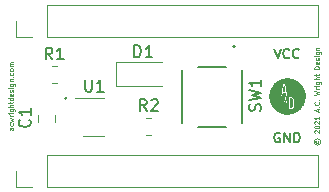
<source format=gbr>
G04 #@! TF.GenerationSoftware,KiCad,Pcbnew,(5.1.9-0-10_14)*
G04 #@! TF.CreationDate,2021-04-08T16:46:49-05:00*
G04 #@! TF.ProjectId,Switch Helper,53776974-6368-4204-9865-6c7065722e6b,1*
G04 #@! TF.SameCoordinates,Original*
G04 #@! TF.FileFunction,Legend,Top*
G04 #@! TF.FilePolarity,Positive*
%FSLAX46Y46*%
G04 Gerber Fmt 4.6, Leading zero omitted, Abs format (unit mm)*
G04 Created by KiCad (PCBNEW (5.1.9-0-10_14)) date 2021-04-08 16:46:49*
%MOMM*%
%LPD*%
G01*
G04 APERTURE LIST*
%ADD10C,0.150000*%
%ADD11C,0.100000*%
%ADD12C,0.127000*%
%ADD13C,0.200000*%
%ADD14C,0.010000*%
%ADD15C,0.120000*%
G04 APERTURE END LIST*
D10*
X127381000Y-85280500D02*
G75*
G03*
X127381000Y-85280500I-63500J0D01*
G01*
X145440476Y-88246000D02*
X145364285Y-88207904D01*
X145250000Y-88207904D01*
X145135714Y-88246000D01*
X145059523Y-88322190D01*
X145021428Y-88398380D01*
X144983333Y-88550761D01*
X144983333Y-88665047D01*
X145021428Y-88817428D01*
X145059523Y-88893619D01*
X145135714Y-88969809D01*
X145250000Y-89007904D01*
X145326190Y-89007904D01*
X145440476Y-88969809D01*
X145478571Y-88931714D01*
X145478571Y-88665047D01*
X145326190Y-88665047D01*
X145821428Y-89007904D02*
X145821428Y-88207904D01*
X146278571Y-89007904D01*
X146278571Y-88207904D01*
X146659523Y-89007904D02*
X146659523Y-88207904D01*
X146850000Y-88207904D01*
X146964285Y-88246000D01*
X147040476Y-88322190D01*
X147078571Y-88398380D01*
X147116666Y-88550761D01*
X147116666Y-88665047D01*
X147078571Y-88817428D01*
X147040476Y-88893619D01*
X146964285Y-88969809D01*
X146850000Y-89007904D01*
X146659523Y-89007904D01*
X144983333Y-81095904D02*
X145250000Y-81895904D01*
X145516666Y-81095904D01*
X146240476Y-81819714D02*
X146202380Y-81857809D01*
X146088095Y-81895904D01*
X146011904Y-81895904D01*
X145897619Y-81857809D01*
X145821428Y-81781619D01*
X145783333Y-81705428D01*
X145745238Y-81553047D01*
X145745238Y-81438761D01*
X145783333Y-81286380D01*
X145821428Y-81210190D01*
X145897619Y-81134000D01*
X146011904Y-81095904D01*
X146088095Y-81095904D01*
X146202380Y-81134000D01*
X146240476Y-81172095D01*
X147040476Y-81819714D02*
X147002380Y-81857809D01*
X146888095Y-81895904D01*
X146811904Y-81895904D01*
X146697619Y-81857809D01*
X146621428Y-81781619D01*
X146583333Y-81705428D01*
X146545238Y-81553047D01*
X146545238Y-81438761D01*
X146583333Y-81286380D01*
X146621428Y-81210190D01*
X146697619Y-81134000D01*
X146811904Y-81095904D01*
X146888095Y-81095904D01*
X147002380Y-81134000D01*
X147040476Y-81172095D01*
D11*
X122862952Y-87766190D02*
X122653428Y-87766190D01*
X122615333Y-87785238D01*
X122596285Y-87823333D01*
X122596285Y-87899523D01*
X122615333Y-87937619D01*
X122843904Y-87766190D02*
X122862952Y-87804285D01*
X122862952Y-87899523D01*
X122843904Y-87937619D01*
X122805809Y-87956666D01*
X122767714Y-87956666D01*
X122729619Y-87937619D01*
X122710571Y-87899523D01*
X122710571Y-87804285D01*
X122691523Y-87766190D01*
X122843904Y-87404285D02*
X122862952Y-87442380D01*
X122862952Y-87518571D01*
X122843904Y-87556666D01*
X122824857Y-87575714D01*
X122786761Y-87594761D01*
X122672476Y-87594761D01*
X122634380Y-87575714D01*
X122615333Y-87556666D01*
X122596285Y-87518571D01*
X122596285Y-87442380D01*
X122615333Y-87404285D01*
X122596285Y-87270952D02*
X122862952Y-87194761D01*
X122672476Y-87118571D01*
X122862952Y-87042380D01*
X122596285Y-86966190D01*
X122862952Y-86813809D02*
X122596285Y-86813809D01*
X122672476Y-86813809D02*
X122634380Y-86794761D01*
X122615333Y-86775714D01*
X122596285Y-86737619D01*
X122596285Y-86699523D01*
X122862952Y-86566190D02*
X122596285Y-86566190D01*
X122462952Y-86566190D02*
X122482000Y-86585238D01*
X122501047Y-86566190D01*
X122482000Y-86547142D01*
X122462952Y-86566190D01*
X122501047Y-86566190D01*
X122596285Y-86204285D02*
X122920095Y-86204285D01*
X122958190Y-86223333D01*
X122977238Y-86242380D01*
X122996285Y-86280476D01*
X122996285Y-86337619D01*
X122977238Y-86375714D01*
X122843904Y-86204285D02*
X122862952Y-86242380D01*
X122862952Y-86318571D01*
X122843904Y-86356666D01*
X122824857Y-86375714D01*
X122786761Y-86394761D01*
X122672476Y-86394761D01*
X122634380Y-86375714D01*
X122615333Y-86356666D01*
X122596285Y-86318571D01*
X122596285Y-86242380D01*
X122615333Y-86204285D01*
X122862952Y-86013809D02*
X122462952Y-86013809D01*
X122862952Y-85842380D02*
X122653428Y-85842380D01*
X122615333Y-85861428D01*
X122596285Y-85899523D01*
X122596285Y-85956666D01*
X122615333Y-85994761D01*
X122634380Y-86013809D01*
X122596285Y-85709047D02*
X122596285Y-85556666D01*
X122462952Y-85651904D02*
X122805809Y-85651904D01*
X122843904Y-85632857D01*
X122862952Y-85594761D01*
X122862952Y-85556666D01*
X122862952Y-85251904D02*
X122462952Y-85251904D01*
X122843904Y-85251904D02*
X122862952Y-85290000D01*
X122862952Y-85366190D01*
X122843904Y-85404285D01*
X122824857Y-85423333D01*
X122786761Y-85442380D01*
X122672476Y-85442380D01*
X122634380Y-85423333D01*
X122615333Y-85404285D01*
X122596285Y-85366190D01*
X122596285Y-85290000D01*
X122615333Y-85251904D01*
X122843904Y-84909047D02*
X122862952Y-84947142D01*
X122862952Y-85023333D01*
X122843904Y-85061428D01*
X122805809Y-85080476D01*
X122653428Y-85080476D01*
X122615333Y-85061428D01*
X122596285Y-85023333D01*
X122596285Y-84947142D01*
X122615333Y-84909047D01*
X122653428Y-84890000D01*
X122691523Y-84890000D01*
X122729619Y-85080476D01*
X122843904Y-84737619D02*
X122862952Y-84699523D01*
X122862952Y-84623333D01*
X122843904Y-84585238D01*
X122805809Y-84566190D01*
X122786761Y-84566190D01*
X122748666Y-84585238D01*
X122729619Y-84623333D01*
X122729619Y-84680476D01*
X122710571Y-84718571D01*
X122672476Y-84737619D01*
X122653428Y-84737619D01*
X122615333Y-84718571D01*
X122596285Y-84680476D01*
X122596285Y-84623333D01*
X122615333Y-84585238D01*
X122862952Y-84394761D02*
X122596285Y-84394761D01*
X122462952Y-84394761D02*
X122482000Y-84413809D01*
X122501047Y-84394761D01*
X122482000Y-84375714D01*
X122462952Y-84394761D01*
X122501047Y-84394761D01*
X122596285Y-84032857D02*
X122920095Y-84032857D01*
X122958190Y-84051904D01*
X122977238Y-84070952D01*
X122996285Y-84109047D01*
X122996285Y-84166190D01*
X122977238Y-84204285D01*
X122843904Y-84032857D02*
X122862952Y-84070952D01*
X122862952Y-84147142D01*
X122843904Y-84185238D01*
X122824857Y-84204285D01*
X122786761Y-84223333D01*
X122672476Y-84223333D01*
X122634380Y-84204285D01*
X122615333Y-84185238D01*
X122596285Y-84147142D01*
X122596285Y-84070952D01*
X122615333Y-84032857D01*
X122596285Y-83842380D02*
X122862952Y-83842380D01*
X122634380Y-83842380D02*
X122615333Y-83823333D01*
X122596285Y-83785238D01*
X122596285Y-83728095D01*
X122615333Y-83690000D01*
X122653428Y-83670952D01*
X122862952Y-83670952D01*
X122824857Y-83480476D02*
X122843904Y-83461428D01*
X122862952Y-83480476D01*
X122843904Y-83499523D01*
X122824857Y-83480476D01*
X122862952Y-83480476D01*
X122843904Y-83118571D02*
X122862952Y-83156666D01*
X122862952Y-83232857D01*
X122843904Y-83270952D01*
X122824857Y-83290000D01*
X122786761Y-83309047D01*
X122672476Y-83309047D01*
X122634380Y-83290000D01*
X122615333Y-83270952D01*
X122596285Y-83232857D01*
X122596285Y-83156666D01*
X122615333Y-83118571D01*
X122862952Y-82890000D02*
X122843904Y-82928095D01*
X122824857Y-82947142D01*
X122786761Y-82966190D01*
X122672476Y-82966190D01*
X122634380Y-82947142D01*
X122615333Y-82928095D01*
X122596285Y-82890000D01*
X122596285Y-82832857D01*
X122615333Y-82794761D01*
X122634380Y-82775714D01*
X122672476Y-82756666D01*
X122786761Y-82756666D01*
X122824857Y-82775714D01*
X122843904Y-82794761D01*
X122862952Y-82832857D01*
X122862952Y-82890000D01*
X122862952Y-82585238D02*
X122596285Y-82585238D01*
X122634380Y-82585238D02*
X122615333Y-82566190D01*
X122596285Y-82528095D01*
X122596285Y-82470952D01*
X122615333Y-82432857D01*
X122653428Y-82413809D01*
X122862952Y-82413809D01*
X122653428Y-82413809D02*
X122615333Y-82394761D01*
X122596285Y-82356666D01*
X122596285Y-82299523D01*
X122615333Y-82261428D01*
X122653428Y-82242380D01*
X122862952Y-82242380D01*
X148466190Y-88861428D02*
X148447142Y-88899523D01*
X148447142Y-88975714D01*
X148466190Y-89013809D01*
X148504285Y-89051904D01*
X148542380Y-89070952D01*
X148618571Y-89070952D01*
X148656666Y-89051904D01*
X148694761Y-89013809D01*
X148713809Y-88975714D01*
X148713809Y-88899523D01*
X148694761Y-88861428D01*
X148313809Y-88937619D02*
X148332857Y-89032857D01*
X148390000Y-89128095D01*
X148485238Y-89185238D01*
X148580476Y-89204285D01*
X148675714Y-89185238D01*
X148770952Y-89128095D01*
X148828095Y-89032857D01*
X148847142Y-88937619D01*
X148828095Y-88842380D01*
X148770952Y-88747142D01*
X148675714Y-88690000D01*
X148580476Y-88670952D01*
X148485238Y-88690000D01*
X148390000Y-88747142D01*
X148332857Y-88842380D01*
X148313809Y-88937619D01*
X148409047Y-88213809D02*
X148390000Y-88194761D01*
X148370952Y-88156666D01*
X148370952Y-88061428D01*
X148390000Y-88023333D01*
X148409047Y-88004285D01*
X148447142Y-87985238D01*
X148485238Y-87985238D01*
X148542380Y-88004285D01*
X148770952Y-88232857D01*
X148770952Y-87985238D01*
X148370952Y-87737619D02*
X148370952Y-87699523D01*
X148390000Y-87661428D01*
X148409047Y-87642380D01*
X148447142Y-87623333D01*
X148523333Y-87604285D01*
X148618571Y-87604285D01*
X148694761Y-87623333D01*
X148732857Y-87642380D01*
X148751904Y-87661428D01*
X148770952Y-87699523D01*
X148770952Y-87737619D01*
X148751904Y-87775714D01*
X148732857Y-87794761D01*
X148694761Y-87813809D01*
X148618571Y-87832857D01*
X148523333Y-87832857D01*
X148447142Y-87813809D01*
X148409047Y-87794761D01*
X148390000Y-87775714D01*
X148370952Y-87737619D01*
X148409047Y-87451904D02*
X148390000Y-87432857D01*
X148370952Y-87394761D01*
X148370952Y-87299523D01*
X148390000Y-87261428D01*
X148409047Y-87242380D01*
X148447142Y-87223333D01*
X148485238Y-87223333D01*
X148542380Y-87242380D01*
X148770952Y-87470952D01*
X148770952Y-87223333D01*
X148770952Y-86842380D02*
X148770952Y-87070952D01*
X148770952Y-86956666D02*
X148370952Y-86956666D01*
X148428095Y-86994761D01*
X148466190Y-87032857D01*
X148485238Y-87070952D01*
X148656666Y-86385238D02*
X148656666Y-86194761D01*
X148770952Y-86423333D02*
X148370952Y-86290000D01*
X148770952Y-86156666D01*
X148732857Y-86023333D02*
X148751904Y-86004285D01*
X148770952Y-86023333D01*
X148751904Y-86042380D01*
X148732857Y-86023333D01*
X148770952Y-86023333D01*
X148732857Y-85604285D02*
X148751904Y-85623333D01*
X148770952Y-85680476D01*
X148770952Y-85718571D01*
X148751904Y-85775714D01*
X148713809Y-85813809D01*
X148675714Y-85832857D01*
X148599523Y-85851904D01*
X148542380Y-85851904D01*
X148466190Y-85832857D01*
X148428095Y-85813809D01*
X148390000Y-85775714D01*
X148370952Y-85718571D01*
X148370952Y-85680476D01*
X148390000Y-85623333D01*
X148409047Y-85604285D01*
X148732857Y-85432857D02*
X148751904Y-85413809D01*
X148770952Y-85432857D01*
X148751904Y-85451904D01*
X148732857Y-85432857D01*
X148770952Y-85432857D01*
X148370952Y-84975714D02*
X148770952Y-84880476D01*
X148485238Y-84804285D01*
X148770952Y-84728095D01*
X148370952Y-84632857D01*
X148770952Y-84480476D02*
X148504285Y-84480476D01*
X148580476Y-84480476D02*
X148542380Y-84461428D01*
X148523333Y-84442380D01*
X148504285Y-84404285D01*
X148504285Y-84366190D01*
X148770952Y-84232857D02*
X148504285Y-84232857D01*
X148370952Y-84232857D02*
X148390000Y-84251904D01*
X148409047Y-84232857D01*
X148390000Y-84213809D01*
X148370952Y-84232857D01*
X148409047Y-84232857D01*
X148504285Y-83870952D02*
X148828095Y-83870952D01*
X148866190Y-83890000D01*
X148885238Y-83909047D01*
X148904285Y-83947142D01*
X148904285Y-84004285D01*
X148885238Y-84042380D01*
X148751904Y-83870952D02*
X148770952Y-83909047D01*
X148770952Y-83985238D01*
X148751904Y-84023333D01*
X148732857Y-84042380D01*
X148694761Y-84061428D01*
X148580476Y-84061428D01*
X148542380Y-84042380D01*
X148523333Y-84023333D01*
X148504285Y-83985238D01*
X148504285Y-83909047D01*
X148523333Y-83870952D01*
X148770952Y-83680476D02*
X148370952Y-83680476D01*
X148770952Y-83509047D02*
X148561428Y-83509047D01*
X148523333Y-83528095D01*
X148504285Y-83566190D01*
X148504285Y-83623333D01*
X148523333Y-83661428D01*
X148542380Y-83680476D01*
X148504285Y-83375714D02*
X148504285Y-83223333D01*
X148370952Y-83318571D02*
X148713809Y-83318571D01*
X148751904Y-83299523D01*
X148770952Y-83261428D01*
X148770952Y-83223333D01*
X148770952Y-82785238D02*
X148370952Y-82785238D01*
X148370952Y-82690000D01*
X148390000Y-82632857D01*
X148428095Y-82594761D01*
X148466190Y-82575714D01*
X148542380Y-82556666D01*
X148599523Y-82556666D01*
X148675714Y-82575714D01*
X148713809Y-82594761D01*
X148751904Y-82632857D01*
X148770952Y-82690000D01*
X148770952Y-82785238D01*
X148751904Y-82232857D02*
X148770952Y-82270952D01*
X148770952Y-82347142D01*
X148751904Y-82385238D01*
X148713809Y-82404285D01*
X148561428Y-82404285D01*
X148523333Y-82385238D01*
X148504285Y-82347142D01*
X148504285Y-82270952D01*
X148523333Y-82232857D01*
X148561428Y-82213809D01*
X148599523Y-82213809D01*
X148637619Y-82404285D01*
X148751904Y-82061428D02*
X148770952Y-82023333D01*
X148770952Y-81947142D01*
X148751904Y-81909047D01*
X148713809Y-81890000D01*
X148694761Y-81890000D01*
X148656666Y-81909047D01*
X148637619Y-81947142D01*
X148637619Y-82004285D01*
X148618571Y-82042380D01*
X148580476Y-82061428D01*
X148561428Y-82061428D01*
X148523333Y-82042380D01*
X148504285Y-82004285D01*
X148504285Y-81947142D01*
X148523333Y-81909047D01*
X148770952Y-81718571D02*
X148504285Y-81718571D01*
X148370952Y-81718571D02*
X148390000Y-81737619D01*
X148409047Y-81718571D01*
X148390000Y-81699523D01*
X148370952Y-81718571D01*
X148409047Y-81718571D01*
X148504285Y-81356666D02*
X148828095Y-81356666D01*
X148866190Y-81375714D01*
X148885238Y-81394761D01*
X148904285Y-81432857D01*
X148904285Y-81490000D01*
X148885238Y-81528095D01*
X148751904Y-81356666D02*
X148770952Y-81394761D01*
X148770952Y-81470952D01*
X148751904Y-81509047D01*
X148732857Y-81528095D01*
X148694761Y-81547142D01*
X148580476Y-81547142D01*
X148542380Y-81528095D01*
X148523333Y-81509047D01*
X148504285Y-81470952D01*
X148504285Y-81394761D01*
X148523333Y-81356666D01*
X148504285Y-81166190D02*
X148770952Y-81166190D01*
X148542380Y-81166190D02*
X148523333Y-81147142D01*
X148504285Y-81109047D01*
X148504285Y-81051904D01*
X148523333Y-81013809D01*
X148561428Y-80994761D01*
X148770952Y-80994761D01*
D12*
X138520000Y-87703500D02*
X140880000Y-87703500D01*
X140880000Y-82603500D02*
X138520000Y-82603500D01*
D13*
X141675000Y-80903500D02*
G75*
G03*
X141675000Y-80903500I-100000J0D01*
G01*
D12*
X142250000Y-87403500D02*
X142250000Y-82903500D01*
X137150000Y-87403500D02*
X137150000Y-82903500D01*
D14*
G36*
X146071612Y-83590508D02*
G01*
X146097628Y-83590804D01*
X146121878Y-83591327D01*
X146143386Y-83592076D01*
X146161173Y-83593053D01*
X146166840Y-83593491D01*
X146255967Y-83603579D01*
X146343200Y-83618381D01*
X146428538Y-83637895D01*
X146511978Y-83662121D01*
X146593520Y-83691059D01*
X146673163Y-83724709D01*
X146750905Y-83763069D01*
X146826746Y-83806140D01*
X146900684Y-83853922D01*
X146917410Y-83865570D01*
X146979267Y-83911937D01*
X147039832Y-83962664D01*
X147098380Y-84017064D01*
X147154188Y-84074450D01*
X147206534Y-84134134D01*
X147228824Y-84161630D01*
X147279292Y-84229501D01*
X147325996Y-84300520D01*
X147368742Y-84374287D01*
X147407339Y-84450403D01*
X147441594Y-84528470D01*
X147471316Y-84608089D01*
X147496312Y-84688860D01*
X147511578Y-84748811D01*
X147523802Y-84805916D01*
X147533476Y-84861026D01*
X147540750Y-84915484D01*
X147545774Y-84970631D01*
X147548697Y-85027810D01*
X147549669Y-85088363D01*
X147549670Y-85090000D01*
X147549563Y-85111866D01*
X147549260Y-85134040D01*
X147548790Y-85155480D01*
X147548181Y-85175147D01*
X147547461Y-85192001D01*
X147546659Y-85205001D01*
X147546508Y-85206840D01*
X147537072Y-85292114D01*
X147523576Y-85374660D01*
X147505883Y-85454976D01*
X147483857Y-85533557D01*
X147457363Y-85610901D01*
X147426265Y-85687506D01*
X147398956Y-85746590D01*
X147360700Y-85820345D01*
X147319399Y-85890444D01*
X147274672Y-85957424D01*
X147226135Y-86021823D01*
X147173403Y-86084177D01*
X147116095Y-86145022D01*
X147110571Y-86150571D01*
X147049837Y-86208320D01*
X146987645Y-86261457D01*
X146923457Y-86310366D01*
X146856737Y-86355428D01*
X146786948Y-86397028D01*
X146713552Y-86435548D01*
X146706590Y-86438956D01*
X146627772Y-86474733D01*
X146548492Y-86505538D01*
X146468366Y-86531478D01*
X146387007Y-86552660D01*
X146304030Y-86569192D01*
X146219051Y-86581180D01*
X146182080Y-86584939D01*
X146168738Y-86585935D01*
X146151782Y-86586879D01*
X146132106Y-86587750D01*
X146110607Y-86588527D01*
X146088180Y-86589187D01*
X146065720Y-86589708D01*
X146044123Y-86590070D01*
X146024284Y-86590251D01*
X146007100Y-86590229D01*
X145993465Y-86589982D01*
X145986500Y-86589663D01*
X145951737Y-86587251D01*
X145921149Y-86584863D01*
X145893831Y-86582400D01*
X145868879Y-86579760D01*
X145845389Y-86576841D01*
X145822456Y-86573543D01*
X145799177Y-86569765D01*
X145782471Y-86566830D01*
X145698616Y-86549143D01*
X145615780Y-86526562D01*
X145534265Y-86499225D01*
X145454371Y-86467266D01*
X145376401Y-86430822D01*
X145300656Y-86390029D01*
X145227438Y-86345023D01*
X145157047Y-86295939D01*
X145121630Y-86268824D01*
X145061134Y-86218276D01*
X145002626Y-86163941D01*
X144946794Y-86106539D01*
X144894324Y-86046795D01*
X144845905Y-85985431D01*
X144825570Y-85957410D01*
X144793268Y-85910017D01*
X144764059Y-85863534D01*
X144736896Y-85816191D01*
X144710734Y-85766215D01*
X144701043Y-85746590D01*
X144666289Y-85670216D01*
X144636244Y-85593487D01*
X144610773Y-85515906D01*
X144589740Y-85436976D01*
X144573008Y-85356200D01*
X144560442Y-85273080D01*
X144553491Y-85206840D01*
X144552427Y-85190751D01*
X144551590Y-85170565D01*
X144550979Y-85147258D01*
X144550595Y-85121808D01*
X144550550Y-85114130D01*
X145645917Y-85114130D01*
X145673469Y-85385451D01*
X145678039Y-85430327D01*
X145682148Y-85470378D01*
X145685821Y-85505836D01*
X145689085Y-85536932D01*
X145691967Y-85563899D01*
X145694492Y-85586968D01*
X145696688Y-85606371D01*
X145698582Y-85622339D01*
X145700198Y-85635105D01*
X145701564Y-85644899D01*
X145702706Y-85651954D01*
X145703652Y-85656501D01*
X145704426Y-85658773D01*
X145704695Y-85659097D01*
X145708188Y-85659755D01*
X145716004Y-85660343D01*
X145727388Y-85660835D01*
X145741583Y-85661202D01*
X145757833Y-85661417D01*
X145768605Y-85661461D01*
X145787701Y-85661448D01*
X145802340Y-85661352D01*
X145813147Y-85661127D01*
X145820746Y-85660728D01*
X145825759Y-85660107D01*
X145828811Y-85659221D01*
X145830525Y-85658022D01*
X145831326Y-85656857D01*
X145832072Y-85653480D01*
X145833273Y-85645550D01*
X145834868Y-85633566D01*
X145836797Y-85618029D01*
X145838999Y-85599438D01*
X145841415Y-85578294D01*
X145843984Y-85555097D01*
X145846646Y-85530347D01*
X145847219Y-85524918D01*
X145849852Y-85500132D01*
X145852352Y-85476978D01*
X145854667Y-85455929D01*
X145856742Y-85437455D01*
X145858524Y-85422028D01*
X145859959Y-85410120D01*
X145860993Y-85402201D01*
X145861572Y-85398744D01*
X145861640Y-85398633D01*
X145862098Y-85401282D01*
X145863030Y-85408502D01*
X145864381Y-85419811D01*
X145866096Y-85434728D01*
X145868123Y-85452771D01*
X145870405Y-85473460D01*
X145872888Y-85496312D01*
X145875518Y-85520847D01*
X145876169Y-85526960D01*
X145879110Y-85554186D01*
X145881905Y-85579110D01*
X145884501Y-85601334D01*
X145886850Y-85620458D01*
X145888900Y-85636080D01*
X145890601Y-85647802D01*
X145891902Y-85655223D01*
X145892683Y-85657887D01*
X145894598Y-85659115D01*
X145898430Y-85660044D01*
X145904777Y-85660709D01*
X145914234Y-85661148D01*
X145927398Y-85661398D01*
X145944866Y-85661495D01*
X145951043Y-85661500D01*
X145967495Y-85661432D01*
X145982369Y-85661244D01*
X145994865Y-85660956D01*
X146004185Y-85660587D01*
X146009529Y-85660159D01*
X146010353Y-85659984D01*
X146013511Y-85656616D01*
X146015641Y-85650600D01*
X146015665Y-85650459D01*
X146016104Y-85646873D01*
X146017016Y-85638577D01*
X146017968Y-85629644D01*
X146098260Y-85629644D01*
X146098260Y-85646737D01*
X146098269Y-85715190D01*
X146098299Y-85778644D01*
X146098349Y-85837181D01*
X146098419Y-85890881D01*
X146098511Y-85939827D01*
X146098624Y-85984099D01*
X146098759Y-86023779D01*
X146098916Y-86058947D01*
X146099096Y-86089687D01*
X146099299Y-86116078D01*
X146099526Y-86138201D01*
X146099776Y-86156139D01*
X146100051Y-86169973D01*
X146100351Y-86179783D01*
X146100675Y-86185652D01*
X146100972Y-86187601D01*
X146101621Y-86188631D01*
X146102633Y-86189507D01*
X146104384Y-86190241D01*
X146107252Y-86190840D01*
X146111613Y-86191316D01*
X146117844Y-86191676D01*
X146126321Y-86191931D01*
X146137422Y-86192090D01*
X146151523Y-86192163D01*
X146169000Y-86192159D01*
X146190232Y-86192087D01*
X146215594Y-86191958D01*
X146245463Y-86191780D01*
X146262897Y-86191671D01*
X146295436Y-86191460D01*
X146323320Y-86191258D01*
X146346973Y-86191048D01*
X146366821Y-86190816D01*
X146383288Y-86190548D01*
X146396799Y-86190228D01*
X146407778Y-86189841D01*
X146416651Y-86189372D01*
X146423841Y-86188808D01*
X146429775Y-86188131D01*
X146434876Y-86187329D01*
X146439569Y-86186386D01*
X146444170Y-86185313D01*
X146478445Y-86174933D01*
X146508964Y-86161313D01*
X146535802Y-86144360D01*
X146559034Y-86123981D01*
X146578736Y-86100084D01*
X146594986Y-86072574D01*
X146607857Y-86041360D01*
X146617427Y-86006348D01*
X146623771Y-85967445D01*
X146624046Y-85965030D01*
X146624524Y-85958577D01*
X146624941Y-85948294D01*
X146625297Y-85934064D01*
X146625594Y-85915769D01*
X146625832Y-85893290D01*
X146626011Y-85866510D01*
X146626132Y-85835311D01*
X146626197Y-85799576D01*
X146626205Y-85759186D01*
X146626158Y-85714023D01*
X146626055Y-85663971D01*
X146625966Y-85631020D01*
X146625062Y-85322410D01*
X146619349Y-85297301D01*
X146616231Y-85284431D01*
X146612760Y-85271391D01*
X146609508Y-85260300D01*
X146608323Y-85256661D01*
X146595118Y-85225224D01*
X146578225Y-85197129D01*
X146557816Y-85172550D01*
X146534064Y-85151662D01*
X146507142Y-85134640D01*
X146477222Y-85121659D01*
X146474125Y-85120608D01*
X146465988Y-85117917D01*
X146458724Y-85115605D01*
X146451886Y-85113640D01*
X146445029Y-85111992D01*
X146437707Y-85110629D01*
X146429473Y-85109520D01*
X146419883Y-85108633D01*
X146408490Y-85107937D01*
X146394849Y-85107402D01*
X146378514Y-85106996D01*
X146359039Y-85106687D01*
X146335978Y-85106444D01*
X146308886Y-85106237D01*
X146277317Y-85106034D01*
X146265059Y-85105957D01*
X146230403Y-85105765D01*
X146200551Y-85105656D01*
X146175230Y-85105633D01*
X146154163Y-85105700D01*
X146137076Y-85105860D01*
X146123694Y-85106117D01*
X146113742Y-85106473D01*
X146106945Y-85106932D01*
X146103029Y-85107497D01*
X146101864Y-85107950D01*
X146101445Y-85108836D01*
X146101058Y-85110897D01*
X146100704Y-85114326D01*
X146100379Y-85119316D01*
X146100084Y-85126060D01*
X146099816Y-85134750D01*
X146099575Y-85145578D01*
X146099360Y-85158738D01*
X146099168Y-85174423D01*
X146098998Y-85192824D01*
X146098850Y-85214134D01*
X146098722Y-85238547D01*
X146098613Y-85266254D01*
X146098522Y-85297449D01*
X146098446Y-85332324D01*
X146098385Y-85371072D01*
X146098338Y-85413885D01*
X146098303Y-85460956D01*
X146098279Y-85512477D01*
X146098265Y-85568642D01*
X146098260Y-85629644D01*
X146017968Y-85629644D01*
X146018366Y-85625915D01*
X146020118Y-85609233D01*
X146022237Y-85588873D01*
X146024687Y-85565182D01*
X146027433Y-85538502D01*
X146030438Y-85509180D01*
X146033669Y-85477558D01*
X146037088Y-85443982D01*
X146040661Y-85408796D01*
X146043751Y-85378290D01*
X146070472Y-85114130D01*
X146064822Y-85109513D01*
X146062133Y-85107733D01*
X146058592Y-85106511D01*
X146053338Y-85105775D01*
X146045509Y-85105451D01*
X146034244Y-85105463D01*
X146020416Y-85105703D01*
X146003441Y-85106252D01*
X145990612Y-85107092D01*
X145982245Y-85108194D01*
X145978740Y-85109436D01*
X145977883Y-85112582D01*
X145976649Y-85120517D01*
X145975068Y-85132966D01*
X145973170Y-85149653D01*
X145970985Y-85170303D01*
X145968543Y-85194642D01*
X145965874Y-85222394D01*
X145963008Y-85253284D01*
X145962644Y-85257280D01*
X145960206Y-85283881D01*
X145957871Y-85308947D01*
X145955684Y-85332025D01*
X145953689Y-85352662D01*
X145951931Y-85370406D01*
X145950456Y-85384803D01*
X145949307Y-85395401D01*
X145948530Y-85401748D01*
X145948209Y-85403457D01*
X145947743Y-85401236D01*
X145946847Y-85394399D01*
X145945567Y-85383384D01*
X145943950Y-85368634D01*
X145942042Y-85350588D01*
X145939890Y-85329687D01*
X145937541Y-85306370D01*
X145935042Y-85281080D01*
X145932868Y-85258712D01*
X145929527Y-85224582D01*
X145926491Y-85194610D01*
X145923776Y-85168929D01*
X145921396Y-85147672D01*
X145919367Y-85130974D01*
X145917704Y-85118967D01*
X145916424Y-85111784D01*
X145915692Y-85109609D01*
X145912102Y-85108258D01*
X145904174Y-85107187D01*
X145891681Y-85106378D01*
X145874398Y-85105812D01*
X145868962Y-85105700D01*
X145849719Y-85105442D01*
X145834949Y-85105514D01*
X145824051Y-85105982D01*
X145816426Y-85106908D01*
X145811474Y-85108358D01*
X145808593Y-85110397D01*
X145807453Y-85112294D01*
X145806975Y-85115341D01*
X145806063Y-85122893D01*
X145804773Y-85134397D01*
X145803160Y-85149301D01*
X145801280Y-85167053D01*
X145799190Y-85187100D01*
X145796943Y-85208890D01*
X145794598Y-85231871D01*
X145792208Y-85255492D01*
X145789830Y-85279199D01*
X145787519Y-85302440D01*
X145785331Y-85324665D01*
X145783322Y-85345319D01*
X145781547Y-85363852D01*
X145780063Y-85379710D01*
X145778924Y-85392343D01*
X145778187Y-85401196D01*
X145777935Y-85404960D01*
X145777629Y-85407527D01*
X145777101Y-85406839D01*
X145776329Y-85402701D01*
X145775292Y-85394918D01*
X145773970Y-85383295D01*
X145772342Y-85367637D01*
X145770387Y-85347750D01*
X145768084Y-85323439D01*
X145765412Y-85294509D01*
X145762352Y-85260766D01*
X145761423Y-85250443D01*
X145758599Y-85219549D01*
X145755973Y-85191970D01*
X145753576Y-85167967D01*
X145751434Y-85147797D01*
X145749577Y-85131722D01*
X145748032Y-85119999D01*
X145746828Y-85112888D01*
X145746170Y-85110743D01*
X145744353Y-85109148D01*
X145741078Y-85107961D01*
X145735609Y-85107102D01*
X145727210Y-85106490D01*
X145715144Y-85106045D01*
X145700170Y-85105713D01*
X145684207Y-85105468D01*
X145672512Y-85105456D01*
X145664277Y-85105741D01*
X145658693Y-85106387D01*
X145654952Y-85107456D01*
X145652246Y-85109013D01*
X145651589Y-85109523D01*
X145645917Y-85114130D01*
X144550550Y-85114130D01*
X144550438Y-85095192D01*
X144550505Y-85069287D01*
X145475977Y-85069287D01*
X145476006Y-85071005D01*
X145477532Y-85072054D01*
X145480520Y-85072893D01*
X145485471Y-85073545D01*
X145492889Y-85074032D01*
X145503275Y-85074374D01*
X145517133Y-85074595D01*
X145534965Y-85074716D01*
X145557274Y-85074758D01*
X145562320Y-85074760D01*
X145586520Y-85074713D01*
X145606051Y-85074562D01*
X145621320Y-85074293D01*
X145632737Y-85073890D01*
X145640709Y-85073338D01*
X145645648Y-85072622D01*
X145647960Y-85071726D01*
X145648098Y-85071585D01*
X145649019Y-85068448D01*
X145650556Y-85060835D01*
X145652620Y-85049299D01*
X145655117Y-85034396D01*
X145657957Y-85016678D01*
X145661045Y-84996699D01*
X145664292Y-84975015D01*
X145665401Y-84967445D01*
X145680123Y-84866480D01*
X145851314Y-84866480D01*
X145852766Y-84874735D01*
X145853449Y-84879096D01*
X145854749Y-84887866D01*
X145856578Y-84900421D01*
X145858845Y-84916140D01*
X145861461Y-84934399D01*
X145864336Y-84954577D01*
X145867331Y-84975700D01*
X145870385Y-84996901D01*
X145873323Y-85016568D01*
X145876052Y-85034120D01*
X145878475Y-85048977D01*
X145880499Y-85060557D01*
X145882028Y-85068279D01*
X145882967Y-85071564D01*
X145882983Y-85071585D01*
X145886240Y-85072553D01*
X145893865Y-85073363D01*
X145905145Y-85074018D01*
X145919370Y-85074519D01*
X145935829Y-85074867D01*
X145953811Y-85075065D01*
X145972604Y-85075113D01*
X145991500Y-85075015D01*
X146009785Y-85074771D01*
X146026750Y-85074383D01*
X146041683Y-85073853D01*
X146053874Y-85073183D01*
X146062612Y-85072373D01*
X146067185Y-85071427D01*
X146067621Y-85071141D01*
X146067543Y-85068282D01*
X146066675Y-85060692D01*
X146065062Y-85048653D01*
X146062750Y-85032444D01*
X146059784Y-85012346D01*
X146056210Y-84988638D01*
X146052074Y-84961602D01*
X146047420Y-84931518D01*
X146042295Y-84898667D01*
X146036744Y-84863327D01*
X146030813Y-84825781D01*
X146024546Y-84786308D01*
X146023477Y-84779597D01*
X146099192Y-84779597D01*
X146099205Y-84807264D01*
X146099306Y-84834599D01*
X146099494Y-84861060D01*
X146099771Y-84886108D01*
X146100135Y-84909201D01*
X146100587Y-84929799D01*
X146101126Y-84947361D01*
X146101753Y-84961347D01*
X146102468Y-84971214D01*
X146103085Y-84975700D01*
X146110708Y-85000594D01*
X146122055Y-85022326D01*
X146136888Y-85040640D01*
X146154969Y-85055280D01*
X146176060Y-85065989D01*
X146191310Y-85070730D01*
X146204370Y-85072924D01*
X146220350Y-85074167D01*
X146237511Y-85074459D01*
X146254116Y-85073794D01*
X146268426Y-85072171D01*
X146274684Y-85070870D01*
X146296389Y-85062922D01*
X146316211Y-85051176D01*
X146333269Y-85036315D01*
X146346680Y-85019022D01*
X146350522Y-85012181D01*
X146355041Y-85002662D01*
X146358588Y-84993472D01*
X146361300Y-84983780D01*
X146363311Y-84972749D01*
X146364758Y-84959547D01*
X146365775Y-84943340D01*
X146366497Y-84923292D01*
X146366782Y-84911914D01*
X146368086Y-84854478D01*
X146362147Y-84850319D01*
X146358950Y-84848675D01*
X146354265Y-84847513D01*
X146347271Y-84846758D01*
X146337146Y-84846336D01*
X146323070Y-84846171D01*
X146316700Y-84846160D01*
X146300058Y-84846094D01*
X146287496Y-84846313D01*
X146278443Y-84847439D01*
X146272329Y-84850092D01*
X146268583Y-84854896D01*
X146266634Y-84862472D01*
X146265912Y-84873442D01*
X146265846Y-84888427D01*
X146265885Y-84901549D01*
X146265728Y-84921956D01*
X146265204Y-84937914D01*
X146264209Y-84950043D01*
X146262644Y-84958967D01*
X146260405Y-84965307D01*
X146257392Y-84969687D01*
X146254342Y-84972207D01*
X146246931Y-84974963D01*
X146236957Y-84976155D01*
X146226711Y-84975718D01*
X146218485Y-84973587D01*
X146217805Y-84973248D01*
X146215310Y-84971834D01*
X146213160Y-84970214D01*
X146211329Y-84968021D01*
X146209793Y-84964889D01*
X146208525Y-84960452D01*
X146207500Y-84954345D01*
X146206692Y-84946199D01*
X146206074Y-84935651D01*
X146205622Y-84922332D01*
X146205309Y-84905878D01*
X146205111Y-84885922D01*
X146205000Y-84862097D01*
X146204952Y-84834039D01*
X146204940Y-84801380D01*
X146204940Y-84790280D01*
X146204946Y-84756115D01*
X146204983Y-84726665D01*
X146205074Y-84701563D01*
X146205244Y-84680445D01*
X146205517Y-84662944D01*
X146205919Y-84648695D01*
X146206475Y-84637333D01*
X146207208Y-84628491D01*
X146208143Y-84621803D01*
X146209305Y-84616906D01*
X146210719Y-84613431D01*
X146212410Y-84611015D01*
X146214401Y-84609292D01*
X146216718Y-84607895D01*
X146217257Y-84607604D01*
X146222629Y-84606060D01*
X146230868Y-84605064D01*
X146236644Y-84604860D01*
X146245579Y-84605255D01*
X146251345Y-84606838D01*
X146255817Y-84610201D01*
X146256821Y-84611246D01*
X146260011Y-84615227D01*
X146262365Y-84619830D01*
X146264006Y-84625858D01*
X146265056Y-84634115D01*
X146265637Y-84645403D01*
X146265873Y-84660527D01*
X146265900Y-84670709D01*
X146266089Y-84687808D01*
X146266669Y-84700084D01*
X146267659Y-84707782D01*
X146268947Y-84711031D01*
X146272207Y-84712275D01*
X146279364Y-84713177D01*
X146290754Y-84713760D01*
X146306710Y-84714043D01*
X146316896Y-84714080D01*
X146333598Y-84714010D01*
X146345916Y-84713763D01*
X146354544Y-84713284D01*
X146360178Y-84712518D01*
X146363510Y-84711408D01*
X146364981Y-84710244D01*
X146366193Y-84706131D01*
X146366962Y-84697894D01*
X146367321Y-84686465D01*
X146367300Y-84672778D01*
X146366930Y-84657766D01*
X146366245Y-84642361D01*
X146365273Y-84627498D01*
X146364048Y-84614109D01*
X146362600Y-84603127D01*
X146361143Y-84596108D01*
X146352081Y-84572172D01*
X146339314Y-84551542D01*
X146323082Y-84534452D01*
X146303623Y-84521136D01*
X146281175Y-84511831D01*
X146273283Y-84509711D01*
X146257915Y-84507247D01*
X146239721Y-84506108D01*
X146220779Y-84506293D01*
X146203167Y-84507803D01*
X146192476Y-84509711D01*
X146169397Y-84517613D01*
X146149123Y-84529630D01*
X146131926Y-84545471D01*
X146118079Y-84564845D01*
X146107855Y-84587462D01*
X146103044Y-84604860D01*
X146102263Y-84611185D01*
X146101570Y-84622044D01*
X146100966Y-84636897D01*
X146100450Y-84655202D01*
X146100022Y-84676420D01*
X146099682Y-84700009D01*
X146099431Y-84725429D01*
X146099268Y-84752138D01*
X146099192Y-84779597D01*
X146023477Y-84779597D01*
X146017990Y-84745189D01*
X146011190Y-84702704D01*
X146004192Y-84659133D01*
X145997041Y-84614757D01*
X145989782Y-84569856D01*
X145982461Y-84524711D01*
X145975124Y-84479602D01*
X145967817Y-84434809D01*
X145960583Y-84390613D01*
X145953470Y-84347293D01*
X145946523Y-84305132D01*
X145939787Y-84264408D01*
X145933308Y-84225402D01*
X145927130Y-84188394D01*
X145921301Y-84153666D01*
X145915865Y-84121497D01*
X145910868Y-84092168D01*
X145906355Y-84065958D01*
X145902372Y-84043149D01*
X145898964Y-84024021D01*
X145896177Y-84008854D01*
X145894056Y-83997929D01*
X145892648Y-83991525D01*
X145892078Y-83989853D01*
X145888818Y-83989363D01*
X145881098Y-83988940D01*
X145869540Y-83988581D01*
X145854762Y-83988288D01*
X145837387Y-83988060D01*
X145818033Y-83987896D01*
X145797322Y-83987796D01*
X145775873Y-83987761D01*
X145754307Y-83987790D01*
X145733244Y-83987882D01*
X145713305Y-83988037D01*
X145695110Y-83988256D01*
X145679278Y-83988538D01*
X145666431Y-83988882D01*
X145657189Y-83989288D01*
X145652171Y-83989757D01*
X145651504Y-83989950D01*
X145650650Y-83992707D01*
X145649050Y-84000202D01*
X145646750Y-84012153D01*
X145643795Y-84028280D01*
X145640232Y-84048303D01*
X145636105Y-84071942D01*
X145631460Y-84098915D01*
X145626343Y-84128942D01*
X145620799Y-84161743D01*
X145614873Y-84197037D01*
X145608611Y-84234545D01*
X145602060Y-84273984D01*
X145595263Y-84315075D01*
X145588267Y-84357538D01*
X145581118Y-84401091D01*
X145573860Y-84445455D01*
X145566540Y-84490349D01*
X145559203Y-84535492D01*
X145551894Y-84580604D01*
X145544659Y-84625404D01*
X145537544Y-84669613D01*
X145530594Y-84712948D01*
X145523854Y-84755131D01*
X145517370Y-84795880D01*
X145511188Y-84834915D01*
X145505353Y-84871956D01*
X145499911Y-84906721D01*
X145494907Y-84938931D01*
X145490387Y-84968305D01*
X145486397Y-84994563D01*
X145482981Y-85017424D01*
X145480185Y-85036607D01*
X145478056Y-85051832D01*
X145476638Y-85062819D01*
X145475977Y-85069287D01*
X144550505Y-85069287D01*
X144550508Y-85068387D01*
X144550804Y-85042371D01*
X144551327Y-85018121D01*
X144552076Y-84996613D01*
X144553053Y-84978826D01*
X144553491Y-84973160D01*
X144562927Y-84887885D01*
X144576423Y-84805339D01*
X144594116Y-84725023D01*
X144616142Y-84646442D01*
X144642636Y-84569098D01*
X144673734Y-84492493D01*
X144701043Y-84433410D01*
X144739299Y-84359654D01*
X144780600Y-84289555D01*
X144825327Y-84222575D01*
X144873864Y-84158176D01*
X144926596Y-84095822D01*
X144983904Y-84034977D01*
X144989428Y-84029428D01*
X145050162Y-83971679D01*
X145112354Y-83918542D01*
X145176542Y-83869633D01*
X145243262Y-83824571D01*
X145313051Y-83782971D01*
X145386447Y-83744451D01*
X145393410Y-83741043D01*
X145469783Y-83706289D01*
X145546512Y-83676244D01*
X145624093Y-83650773D01*
X145703023Y-83629740D01*
X145783799Y-83613008D01*
X145866919Y-83600442D01*
X145933160Y-83593491D01*
X145949248Y-83592427D01*
X145969434Y-83591590D01*
X145992741Y-83590979D01*
X146018191Y-83590595D01*
X146044807Y-83590438D01*
X146071612Y-83590508D01*
G37*
X146071612Y-83590508D02*
X146097628Y-83590804D01*
X146121878Y-83591327D01*
X146143386Y-83592076D01*
X146161173Y-83593053D01*
X146166840Y-83593491D01*
X146255967Y-83603579D01*
X146343200Y-83618381D01*
X146428538Y-83637895D01*
X146511978Y-83662121D01*
X146593520Y-83691059D01*
X146673163Y-83724709D01*
X146750905Y-83763069D01*
X146826746Y-83806140D01*
X146900684Y-83853922D01*
X146917410Y-83865570D01*
X146979267Y-83911937D01*
X147039832Y-83962664D01*
X147098380Y-84017064D01*
X147154188Y-84074450D01*
X147206534Y-84134134D01*
X147228824Y-84161630D01*
X147279292Y-84229501D01*
X147325996Y-84300520D01*
X147368742Y-84374287D01*
X147407339Y-84450403D01*
X147441594Y-84528470D01*
X147471316Y-84608089D01*
X147496312Y-84688860D01*
X147511578Y-84748811D01*
X147523802Y-84805916D01*
X147533476Y-84861026D01*
X147540750Y-84915484D01*
X147545774Y-84970631D01*
X147548697Y-85027810D01*
X147549669Y-85088363D01*
X147549670Y-85090000D01*
X147549563Y-85111866D01*
X147549260Y-85134040D01*
X147548790Y-85155480D01*
X147548181Y-85175147D01*
X147547461Y-85192001D01*
X147546659Y-85205001D01*
X147546508Y-85206840D01*
X147537072Y-85292114D01*
X147523576Y-85374660D01*
X147505883Y-85454976D01*
X147483857Y-85533557D01*
X147457363Y-85610901D01*
X147426265Y-85687506D01*
X147398956Y-85746590D01*
X147360700Y-85820345D01*
X147319399Y-85890444D01*
X147274672Y-85957424D01*
X147226135Y-86021823D01*
X147173403Y-86084177D01*
X147116095Y-86145022D01*
X147110571Y-86150571D01*
X147049837Y-86208320D01*
X146987645Y-86261457D01*
X146923457Y-86310366D01*
X146856737Y-86355428D01*
X146786948Y-86397028D01*
X146713552Y-86435548D01*
X146706590Y-86438956D01*
X146627772Y-86474733D01*
X146548492Y-86505538D01*
X146468366Y-86531478D01*
X146387007Y-86552660D01*
X146304030Y-86569192D01*
X146219051Y-86581180D01*
X146182080Y-86584939D01*
X146168738Y-86585935D01*
X146151782Y-86586879D01*
X146132106Y-86587750D01*
X146110607Y-86588527D01*
X146088180Y-86589187D01*
X146065720Y-86589708D01*
X146044123Y-86590070D01*
X146024284Y-86590251D01*
X146007100Y-86590229D01*
X145993465Y-86589982D01*
X145986500Y-86589663D01*
X145951737Y-86587251D01*
X145921149Y-86584863D01*
X145893831Y-86582400D01*
X145868879Y-86579760D01*
X145845389Y-86576841D01*
X145822456Y-86573543D01*
X145799177Y-86569765D01*
X145782471Y-86566830D01*
X145698616Y-86549143D01*
X145615780Y-86526562D01*
X145534265Y-86499225D01*
X145454371Y-86467266D01*
X145376401Y-86430822D01*
X145300656Y-86390029D01*
X145227438Y-86345023D01*
X145157047Y-86295939D01*
X145121630Y-86268824D01*
X145061134Y-86218276D01*
X145002626Y-86163941D01*
X144946794Y-86106539D01*
X144894324Y-86046795D01*
X144845905Y-85985431D01*
X144825570Y-85957410D01*
X144793268Y-85910017D01*
X144764059Y-85863534D01*
X144736896Y-85816191D01*
X144710734Y-85766215D01*
X144701043Y-85746590D01*
X144666289Y-85670216D01*
X144636244Y-85593487D01*
X144610773Y-85515906D01*
X144589740Y-85436976D01*
X144573008Y-85356200D01*
X144560442Y-85273080D01*
X144553491Y-85206840D01*
X144552427Y-85190751D01*
X144551590Y-85170565D01*
X144550979Y-85147258D01*
X144550595Y-85121808D01*
X144550550Y-85114130D01*
X145645917Y-85114130D01*
X145673469Y-85385451D01*
X145678039Y-85430327D01*
X145682148Y-85470378D01*
X145685821Y-85505836D01*
X145689085Y-85536932D01*
X145691967Y-85563899D01*
X145694492Y-85586968D01*
X145696688Y-85606371D01*
X145698582Y-85622339D01*
X145700198Y-85635105D01*
X145701564Y-85644899D01*
X145702706Y-85651954D01*
X145703652Y-85656501D01*
X145704426Y-85658773D01*
X145704695Y-85659097D01*
X145708188Y-85659755D01*
X145716004Y-85660343D01*
X145727388Y-85660835D01*
X145741583Y-85661202D01*
X145757833Y-85661417D01*
X145768605Y-85661461D01*
X145787701Y-85661448D01*
X145802340Y-85661352D01*
X145813147Y-85661127D01*
X145820746Y-85660728D01*
X145825759Y-85660107D01*
X145828811Y-85659221D01*
X145830525Y-85658022D01*
X145831326Y-85656857D01*
X145832072Y-85653480D01*
X145833273Y-85645550D01*
X145834868Y-85633566D01*
X145836797Y-85618029D01*
X145838999Y-85599438D01*
X145841415Y-85578294D01*
X145843984Y-85555097D01*
X145846646Y-85530347D01*
X145847219Y-85524918D01*
X145849852Y-85500132D01*
X145852352Y-85476978D01*
X145854667Y-85455929D01*
X145856742Y-85437455D01*
X145858524Y-85422028D01*
X145859959Y-85410120D01*
X145860993Y-85402201D01*
X145861572Y-85398744D01*
X145861640Y-85398633D01*
X145862098Y-85401282D01*
X145863030Y-85408502D01*
X145864381Y-85419811D01*
X145866096Y-85434728D01*
X145868123Y-85452771D01*
X145870405Y-85473460D01*
X145872888Y-85496312D01*
X145875518Y-85520847D01*
X145876169Y-85526960D01*
X145879110Y-85554186D01*
X145881905Y-85579110D01*
X145884501Y-85601334D01*
X145886850Y-85620458D01*
X145888900Y-85636080D01*
X145890601Y-85647802D01*
X145891902Y-85655223D01*
X145892683Y-85657887D01*
X145894598Y-85659115D01*
X145898430Y-85660044D01*
X145904777Y-85660709D01*
X145914234Y-85661148D01*
X145927398Y-85661398D01*
X145944866Y-85661495D01*
X145951043Y-85661500D01*
X145967495Y-85661432D01*
X145982369Y-85661244D01*
X145994865Y-85660956D01*
X146004185Y-85660587D01*
X146009529Y-85660159D01*
X146010353Y-85659984D01*
X146013511Y-85656616D01*
X146015641Y-85650600D01*
X146015665Y-85650459D01*
X146016104Y-85646873D01*
X146017016Y-85638577D01*
X146017968Y-85629644D01*
X146098260Y-85629644D01*
X146098260Y-85646737D01*
X146098269Y-85715190D01*
X146098299Y-85778644D01*
X146098349Y-85837181D01*
X146098419Y-85890881D01*
X146098511Y-85939827D01*
X146098624Y-85984099D01*
X146098759Y-86023779D01*
X146098916Y-86058947D01*
X146099096Y-86089687D01*
X146099299Y-86116078D01*
X146099526Y-86138201D01*
X146099776Y-86156139D01*
X146100051Y-86169973D01*
X146100351Y-86179783D01*
X146100675Y-86185652D01*
X146100972Y-86187601D01*
X146101621Y-86188631D01*
X146102633Y-86189507D01*
X146104384Y-86190241D01*
X146107252Y-86190840D01*
X146111613Y-86191316D01*
X146117844Y-86191676D01*
X146126321Y-86191931D01*
X146137422Y-86192090D01*
X146151523Y-86192163D01*
X146169000Y-86192159D01*
X146190232Y-86192087D01*
X146215594Y-86191958D01*
X146245463Y-86191780D01*
X146262897Y-86191671D01*
X146295436Y-86191460D01*
X146323320Y-86191258D01*
X146346973Y-86191048D01*
X146366821Y-86190816D01*
X146383288Y-86190548D01*
X146396799Y-86190228D01*
X146407778Y-86189841D01*
X146416651Y-86189372D01*
X146423841Y-86188808D01*
X146429775Y-86188131D01*
X146434876Y-86187329D01*
X146439569Y-86186386D01*
X146444170Y-86185313D01*
X146478445Y-86174933D01*
X146508964Y-86161313D01*
X146535802Y-86144360D01*
X146559034Y-86123981D01*
X146578736Y-86100084D01*
X146594986Y-86072574D01*
X146607857Y-86041360D01*
X146617427Y-86006348D01*
X146623771Y-85967445D01*
X146624046Y-85965030D01*
X146624524Y-85958577D01*
X146624941Y-85948294D01*
X146625297Y-85934064D01*
X146625594Y-85915769D01*
X146625832Y-85893290D01*
X146626011Y-85866510D01*
X146626132Y-85835311D01*
X146626197Y-85799576D01*
X146626205Y-85759186D01*
X146626158Y-85714023D01*
X146626055Y-85663971D01*
X146625966Y-85631020D01*
X146625062Y-85322410D01*
X146619349Y-85297301D01*
X146616231Y-85284431D01*
X146612760Y-85271391D01*
X146609508Y-85260300D01*
X146608323Y-85256661D01*
X146595118Y-85225224D01*
X146578225Y-85197129D01*
X146557816Y-85172550D01*
X146534064Y-85151662D01*
X146507142Y-85134640D01*
X146477222Y-85121659D01*
X146474125Y-85120608D01*
X146465988Y-85117917D01*
X146458724Y-85115605D01*
X146451886Y-85113640D01*
X146445029Y-85111992D01*
X146437707Y-85110629D01*
X146429473Y-85109520D01*
X146419883Y-85108633D01*
X146408490Y-85107937D01*
X146394849Y-85107402D01*
X146378514Y-85106996D01*
X146359039Y-85106687D01*
X146335978Y-85106444D01*
X146308886Y-85106237D01*
X146277317Y-85106034D01*
X146265059Y-85105957D01*
X146230403Y-85105765D01*
X146200551Y-85105656D01*
X146175230Y-85105633D01*
X146154163Y-85105700D01*
X146137076Y-85105860D01*
X146123694Y-85106117D01*
X146113742Y-85106473D01*
X146106945Y-85106932D01*
X146103029Y-85107497D01*
X146101864Y-85107950D01*
X146101445Y-85108836D01*
X146101058Y-85110897D01*
X146100704Y-85114326D01*
X146100379Y-85119316D01*
X146100084Y-85126060D01*
X146099816Y-85134750D01*
X146099575Y-85145578D01*
X146099360Y-85158738D01*
X146099168Y-85174423D01*
X146098998Y-85192824D01*
X146098850Y-85214134D01*
X146098722Y-85238547D01*
X146098613Y-85266254D01*
X146098522Y-85297449D01*
X146098446Y-85332324D01*
X146098385Y-85371072D01*
X146098338Y-85413885D01*
X146098303Y-85460956D01*
X146098279Y-85512477D01*
X146098265Y-85568642D01*
X146098260Y-85629644D01*
X146017968Y-85629644D01*
X146018366Y-85625915D01*
X146020118Y-85609233D01*
X146022237Y-85588873D01*
X146024687Y-85565182D01*
X146027433Y-85538502D01*
X146030438Y-85509180D01*
X146033669Y-85477558D01*
X146037088Y-85443982D01*
X146040661Y-85408796D01*
X146043751Y-85378290D01*
X146070472Y-85114130D01*
X146064822Y-85109513D01*
X146062133Y-85107733D01*
X146058592Y-85106511D01*
X146053338Y-85105775D01*
X146045509Y-85105451D01*
X146034244Y-85105463D01*
X146020416Y-85105703D01*
X146003441Y-85106252D01*
X145990612Y-85107092D01*
X145982245Y-85108194D01*
X145978740Y-85109436D01*
X145977883Y-85112582D01*
X145976649Y-85120517D01*
X145975068Y-85132966D01*
X145973170Y-85149653D01*
X145970985Y-85170303D01*
X145968543Y-85194642D01*
X145965874Y-85222394D01*
X145963008Y-85253284D01*
X145962644Y-85257280D01*
X145960206Y-85283881D01*
X145957871Y-85308947D01*
X145955684Y-85332025D01*
X145953689Y-85352662D01*
X145951931Y-85370406D01*
X145950456Y-85384803D01*
X145949307Y-85395401D01*
X145948530Y-85401748D01*
X145948209Y-85403457D01*
X145947743Y-85401236D01*
X145946847Y-85394399D01*
X145945567Y-85383384D01*
X145943950Y-85368634D01*
X145942042Y-85350588D01*
X145939890Y-85329687D01*
X145937541Y-85306370D01*
X145935042Y-85281080D01*
X145932868Y-85258712D01*
X145929527Y-85224582D01*
X145926491Y-85194610D01*
X145923776Y-85168929D01*
X145921396Y-85147672D01*
X145919367Y-85130974D01*
X145917704Y-85118967D01*
X145916424Y-85111784D01*
X145915692Y-85109609D01*
X145912102Y-85108258D01*
X145904174Y-85107187D01*
X145891681Y-85106378D01*
X145874398Y-85105812D01*
X145868962Y-85105700D01*
X145849719Y-85105442D01*
X145834949Y-85105514D01*
X145824051Y-85105982D01*
X145816426Y-85106908D01*
X145811474Y-85108358D01*
X145808593Y-85110397D01*
X145807453Y-85112294D01*
X145806975Y-85115341D01*
X145806063Y-85122893D01*
X145804773Y-85134397D01*
X145803160Y-85149301D01*
X145801280Y-85167053D01*
X145799190Y-85187100D01*
X145796943Y-85208890D01*
X145794598Y-85231871D01*
X145792208Y-85255492D01*
X145789830Y-85279199D01*
X145787519Y-85302440D01*
X145785331Y-85324665D01*
X145783322Y-85345319D01*
X145781547Y-85363852D01*
X145780063Y-85379710D01*
X145778924Y-85392343D01*
X145778187Y-85401196D01*
X145777935Y-85404960D01*
X145777629Y-85407527D01*
X145777101Y-85406839D01*
X145776329Y-85402701D01*
X145775292Y-85394918D01*
X145773970Y-85383295D01*
X145772342Y-85367637D01*
X145770387Y-85347750D01*
X145768084Y-85323439D01*
X145765412Y-85294509D01*
X145762352Y-85260766D01*
X145761423Y-85250443D01*
X145758599Y-85219549D01*
X145755973Y-85191970D01*
X145753576Y-85167967D01*
X145751434Y-85147797D01*
X145749577Y-85131722D01*
X145748032Y-85119999D01*
X145746828Y-85112888D01*
X145746170Y-85110743D01*
X145744353Y-85109148D01*
X145741078Y-85107961D01*
X145735609Y-85107102D01*
X145727210Y-85106490D01*
X145715144Y-85106045D01*
X145700170Y-85105713D01*
X145684207Y-85105468D01*
X145672512Y-85105456D01*
X145664277Y-85105741D01*
X145658693Y-85106387D01*
X145654952Y-85107456D01*
X145652246Y-85109013D01*
X145651589Y-85109523D01*
X145645917Y-85114130D01*
X144550550Y-85114130D01*
X144550438Y-85095192D01*
X144550505Y-85069287D01*
X145475977Y-85069287D01*
X145476006Y-85071005D01*
X145477532Y-85072054D01*
X145480520Y-85072893D01*
X145485471Y-85073545D01*
X145492889Y-85074032D01*
X145503275Y-85074374D01*
X145517133Y-85074595D01*
X145534965Y-85074716D01*
X145557274Y-85074758D01*
X145562320Y-85074760D01*
X145586520Y-85074713D01*
X145606051Y-85074562D01*
X145621320Y-85074293D01*
X145632737Y-85073890D01*
X145640709Y-85073338D01*
X145645648Y-85072622D01*
X145647960Y-85071726D01*
X145648098Y-85071585D01*
X145649019Y-85068448D01*
X145650556Y-85060835D01*
X145652620Y-85049299D01*
X145655117Y-85034396D01*
X145657957Y-85016678D01*
X145661045Y-84996699D01*
X145664292Y-84975015D01*
X145665401Y-84967445D01*
X145680123Y-84866480D01*
X145851314Y-84866480D01*
X145852766Y-84874735D01*
X145853449Y-84879096D01*
X145854749Y-84887866D01*
X145856578Y-84900421D01*
X145858845Y-84916140D01*
X145861461Y-84934399D01*
X145864336Y-84954577D01*
X145867331Y-84975700D01*
X145870385Y-84996901D01*
X145873323Y-85016568D01*
X145876052Y-85034120D01*
X145878475Y-85048977D01*
X145880499Y-85060557D01*
X145882028Y-85068279D01*
X145882967Y-85071564D01*
X145882983Y-85071585D01*
X145886240Y-85072553D01*
X145893865Y-85073363D01*
X145905145Y-85074018D01*
X145919370Y-85074519D01*
X145935829Y-85074867D01*
X145953811Y-85075065D01*
X145972604Y-85075113D01*
X145991500Y-85075015D01*
X146009785Y-85074771D01*
X146026750Y-85074383D01*
X146041683Y-85073853D01*
X146053874Y-85073183D01*
X146062612Y-85072373D01*
X146067185Y-85071427D01*
X146067621Y-85071141D01*
X146067543Y-85068282D01*
X146066675Y-85060692D01*
X146065062Y-85048653D01*
X146062750Y-85032444D01*
X146059784Y-85012346D01*
X146056210Y-84988638D01*
X146052074Y-84961602D01*
X146047420Y-84931518D01*
X146042295Y-84898667D01*
X146036744Y-84863327D01*
X146030813Y-84825781D01*
X146024546Y-84786308D01*
X146023477Y-84779597D01*
X146099192Y-84779597D01*
X146099205Y-84807264D01*
X146099306Y-84834599D01*
X146099494Y-84861060D01*
X146099771Y-84886108D01*
X146100135Y-84909201D01*
X146100587Y-84929799D01*
X146101126Y-84947361D01*
X146101753Y-84961347D01*
X146102468Y-84971214D01*
X146103085Y-84975700D01*
X146110708Y-85000594D01*
X146122055Y-85022326D01*
X146136888Y-85040640D01*
X146154969Y-85055280D01*
X146176060Y-85065989D01*
X146191310Y-85070730D01*
X146204370Y-85072924D01*
X146220350Y-85074167D01*
X146237511Y-85074459D01*
X146254116Y-85073794D01*
X146268426Y-85072171D01*
X146274684Y-85070870D01*
X146296389Y-85062922D01*
X146316211Y-85051176D01*
X146333269Y-85036315D01*
X146346680Y-85019022D01*
X146350522Y-85012181D01*
X146355041Y-85002662D01*
X146358588Y-84993472D01*
X146361300Y-84983780D01*
X146363311Y-84972749D01*
X146364758Y-84959547D01*
X146365775Y-84943340D01*
X146366497Y-84923292D01*
X146366782Y-84911914D01*
X146368086Y-84854478D01*
X146362147Y-84850319D01*
X146358950Y-84848675D01*
X146354265Y-84847513D01*
X146347271Y-84846758D01*
X146337146Y-84846336D01*
X146323070Y-84846171D01*
X146316700Y-84846160D01*
X146300058Y-84846094D01*
X146287496Y-84846313D01*
X146278443Y-84847439D01*
X146272329Y-84850092D01*
X146268583Y-84854896D01*
X146266634Y-84862472D01*
X146265912Y-84873442D01*
X146265846Y-84888427D01*
X146265885Y-84901549D01*
X146265728Y-84921956D01*
X146265204Y-84937914D01*
X146264209Y-84950043D01*
X146262644Y-84958967D01*
X146260405Y-84965307D01*
X146257392Y-84969687D01*
X146254342Y-84972207D01*
X146246931Y-84974963D01*
X146236957Y-84976155D01*
X146226711Y-84975718D01*
X146218485Y-84973587D01*
X146217805Y-84973248D01*
X146215310Y-84971834D01*
X146213160Y-84970214D01*
X146211329Y-84968021D01*
X146209793Y-84964889D01*
X146208525Y-84960452D01*
X146207500Y-84954345D01*
X146206692Y-84946199D01*
X146206074Y-84935651D01*
X146205622Y-84922332D01*
X146205309Y-84905878D01*
X146205111Y-84885922D01*
X146205000Y-84862097D01*
X146204952Y-84834039D01*
X146204940Y-84801380D01*
X146204940Y-84790280D01*
X146204946Y-84756115D01*
X146204983Y-84726665D01*
X146205074Y-84701563D01*
X146205244Y-84680445D01*
X146205517Y-84662944D01*
X146205919Y-84648695D01*
X146206475Y-84637333D01*
X146207208Y-84628491D01*
X146208143Y-84621803D01*
X146209305Y-84616906D01*
X146210719Y-84613431D01*
X146212410Y-84611015D01*
X146214401Y-84609292D01*
X146216718Y-84607895D01*
X146217257Y-84607604D01*
X146222629Y-84606060D01*
X146230868Y-84605064D01*
X146236644Y-84604860D01*
X146245579Y-84605255D01*
X146251345Y-84606838D01*
X146255817Y-84610201D01*
X146256821Y-84611246D01*
X146260011Y-84615227D01*
X146262365Y-84619830D01*
X146264006Y-84625858D01*
X146265056Y-84634115D01*
X146265637Y-84645403D01*
X146265873Y-84660527D01*
X146265900Y-84670709D01*
X146266089Y-84687808D01*
X146266669Y-84700084D01*
X146267659Y-84707782D01*
X146268947Y-84711031D01*
X146272207Y-84712275D01*
X146279364Y-84713177D01*
X146290754Y-84713760D01*
X146306710Y-84714043D01*
X146316896Y-84714080D01*
X146333598Y-84714010D01*
X146345916Y-84713763D01*
X146354544Y-84713284D01*
X146360178Y-84712518D01*
X146363510Y-84711408D01*
X146364981Y-84710244D01*
X146366193Y-84706131D01*
X146366962Y-84697894D01*
X146367321Y-84686465D01*
X146367300Y-84672778D01*
X146366930Y-84657766D01*
X146366245Y-84642361D01*
X146365273Y-84627498D01*
X146364048Y-84614109D01*
X146362600Y-84603127D01*
X146361143Y-84596108D01*
X146352081Y-84572172D01*
X146339314Y-84551542D01*
X146323082Y-84534452D01*
X146303623Y-84521136D01*
X146281175Y-84511831D01*
X146273283Y-84509711D01*
X146257915Y-84507247D01*
X146239721Y-84506108D01*
X146220779Y-84506293D01*
X146203167Y-84507803D01*
X146192476Y-84509711D01*
X146169397Y-84517613D01*
X146149123Y-84529630D01*
X146131926Y-84545471D01*
X146118079Y-84564845D01*
X146107855Y-84587462D01*
X146103044Y-84604860D01*
X146102263Y-84611185D01*
X146101570Y-84622044D01*
X146100966Y-84636897D01*
X146100450Y-84655202D01*
X146100022Y-84676420D01*
X146099682Y-84700009D01*
X146099431Y-84725429D01*
X146099268Y-84752138D01*
X146099192Y-84779597D01*
X146023477Y-84779597D01*
X146017990Y-84745189D01*
X146011190Y-84702704D01*
X146004192Y-84659133D01*
X145997041Y-84614757D01*
X145989782Y-84569856D01*
X145982461Y-84524711D01*
X145975124Y-84479602D01*
X145967817Y-84434809D01*
X145960583Y-84390613D01*
X145953470Y-84347293D01*
X145946523Y-84305132D01*
X145939787Y-84264408D01*
X145933308Y-84225402D01*
X145927130Y-84188394D01*
X145921301Y-84153666D01*
X145915865Y-84121497D01*
X145910868Y-84092168D01*
X145906355Y-84065958D01*
X145902372Y-84043149D01*
X145898964Y-84024021D01*
X145896177Y-84008854D01*
X145894056Y-83997929D01*
X145892648Y-83991525D01*
X145892078Y-83989853D01*
X145888818Y-83989363D01*
X145881098Y-83988940D01*
X145869540Y-83988581D01*
X145854762Y-83988288D01*
X145837387Y-83988060D01*
X145818033Y-83987896D01*
X145797322Y-83987796D01*
X145775873Y-83987761D01*
X145754307Y-83987790D01*
X145733244Y-83987882D01*
X145713305Y-83988037D01*
X145695110Y-83988256D01*
X145679278Y-83988538D01*
X145666431Y-83988882D01*
X145657189Y-83989288D01*
X145652171Y-83989757D01*
X145651504Y-83989950D01*
X145650650Y-83992707D01*
X145649050Y-84000202D01*
X145646750Y-84012153D01*
X145643795Y-84028280D01*
X145640232Y-84048303D01*
X145636105Y-84071942D01*
X145631460Y-84098915D01*
X145626343Y-84128942D01*
X145620799Y-84161743D01*
X145614873Y-84197037D01*
X145608611Y-84234545D01*
X145602060Y-84273984D01*
X145595263Y-84315075D01*
X145588267Y-84357538D01*
X145581118Y-84401091D01*
X145573860Y-84445455D01*
X145566540Y-84490349D01*
X145559203Y-84535492D01*
X145551894Y-84580604D01*
X145544659Y-84625404D01*
X145537544Y-84669613D01*
X145530594Y-84712948D01*
X145523854Y-84755131D01*
X145517370Y-84795880D01*
X145511188Y-84834915D01*
X145505353Y-84871956D01*
X145499911Y-84906721D01*
X145494907Y-84938931D01*
X145490387Y-84968305D01*
X145486397Y-84994563D01*
X145482981Y-85017424D01*
X145480185Y-85036607D01*
X145478056Y-85051832D01*
X145476638Y-85062819D01*
X145475977Y-85069287D01*
X144550505Y-85069287D01*
X144550508Y-85068387D01*
X144550804Y-85042371D01*
X144551327Y-85018121D01*
X144552076Y-84996613D01*
X144553053Y-84978826D01*
X144553491Y-84973160D01*
X144562927Y-84887885D01*
X144576423Y-84805339D01*
X144594116Y-84725023D01*
X144616142Y-84646442D01*
X144642636Y-84569098D01*
X144673734Y-84492493D01*
X144701043Y-84433410D01*
X144739299Y-84359654D01*
X144780600Y-84289555D01*
X144825327Y-84222575D01*
X144873864Y-84158176D01*
X144926596Y-84095822D01*
X144983904Y-84034977D01*
X144989428Y-84029428D01*
X145050162Y-83971679D01*
X145112354Y-83918542D01*
X145176542Y-83869633D01*
X145243262Y-83824571D01*
X145313051Y-83782971D01*
X145386447Y-83744451D01*
X145393410Y-83741043D01*
X145469783Y-83706289D01*
X145546512Y-83676244D01*
X145624093Y-83650773D01*
X145703023Y-83629740D01*
X145783799Y-83613008D01*
X145866919Y-83600442D01*
X145933160Y-83593491D01*
X145949248Y-83592427D01*
X145969434Y-83591590D01*
X145992741Y-83590979D01*
X146018191Y-83590595D01*
X146044807Y-83590438D01*
X146071612Y-83590508D01*
G36*
X146335115Y-85278638D02*
G01*
X146350592Y-85279208D01*
X146364877Y-85279987D01*
X146376961Y-85280900D01*
X146385838Y-85281872D01*
X146390138Y-85282700D01*
X146404790Y-85289538D01*
X146416569Y-85300041D01*
X146426095Y-85314773D01*
X146426571Y-85315728D01*
X146434810Y-85332463D01*
X146434810Y-85965030D01*
X146428931Y-85977730D01*
X146420523Y-85992247D01*
X146410068Y-86002994D01*
X146396710Y-86011046D01*
X146391940Y-86013163D01*
X146387320Y-86014716D01*
X146381976Y-86015791D01*
X146375030Y-86016478D01*
X146365606Y-86016862D01*
X146352830Y-86017032D01*
X146336385Y-86017075D01*
X146288760Y-86017100D01*
X146288760Y-85277339D01*
X146335115Y-85278638D01*
G37*
X146335115Y-85278638D02*
X146350592Y-85279208D01*
X146364877Y-85279987D01*
X146376961Y-85280900D01*
X146385838Y-85281872D01*
X146390138Y-85282700D01*
X146404790Y-85289538D01*
X146416569Y-85300041D01*
X146426095Y-85314773D01*
X146426571Y-85315728D01*
X146434810Y-85332463D01*
X146434810Y-85965030D01*
X146428931Y-85977730D01*
X146420523Y-85992247D01*
X146410068Y-86002994D01*
X146396710Y-86011046D01*
X146391940Y-86013163D01*
X146387320Y-86014716D01*
X146381976Y-86015791D01*
X146375030Y-86016478D01*
X146365606Y-86016862D01*
X146352830Y-86017032D01*
X146336385Y-86017075D01*
X146288760Y-86017100D01*
X146288760Y-85277339D01*
X146335115Y-85278638D01*
G36*
X145766150Y-84266015D02*
G01*
X145766796Y-84269621D01*
X145768087Y-84277872D01*
X145769967Y-84290378D01*
X145772379Y-84306752D01*
X145775268Y-84326606D01*
X145778577Y-84349552D01*
X145782250Y-84375203D01*
X145786232Y-84403170D01*
X145790466Y-84433067D01*
X145794897Y-84464504D01*
X145797307Y-84481670D01*
X145801801Y-84513681D01*
X145806108Y-84544297D01*
X145810173Y-84573135D01*
X145813944Y-84599816D01*
X145817365Y-84623958D01*
X145820383Y-84645182D01*
X145822943Y-84663106D01*
X145824992Y-84677349D01*
X145826475Y-84687531D01*
X145827339Y-84693271D01*
X145827529Y-84694395D01*
X145827546Y-84695781D01*
X145826498Y-84696846D01*
X145823808Y-84697632D01*
X145818898Y-84698180D01*
X145811191Y-84698533D01*
X145800109Y-84698732D01*
X145785075Y-84698820D01*
X145766552Y-84698840D01*
X145746252Y-84698781D01*
X145730563Y-84698589D01*
X145719016Y-84698239D01*
X145711144Y-84697709D01*
X145706478Y-84696973D01*
X145704549Y-84696008D01*
X145704434Y-84695665D01*
X145704755Y-84692724D01*
X145705724Y-84685121D01*
X145707290Y-84673226D01*
X145709403Y-84657409D01*
X145712013Y-84638040D01*
X145715071Y-84615488D01*
X145718525Y-84590123D01*
X145722326Y-84562315D01*
X145726423Y-84532435D01*
X145730767Y-84500852D01*
X145734254Y-84475565D01*
X145740055Y-84433736D01*
X145745227Y-84396835D01*
X145749789Y-84364751D01*
X145753757Y-84337375D01*
X145757148Y-84314594D01*
X145759978Y-84296299D01*
X145762265Y-84282379D01*
X145764026Y-84272723D01*
X145765277Y-84267220D01*
X145766035Y-84265760D01*
X145766150Y-84266015D01*
G37*
X145766150Y-84266015D02*
X145766796Y-84269621D01*
X145768087Y-84277872D01*
X145769967Y-84290378D01*
X145772379Y-84306752D01*
X145775268Y-84326606D01*
X145778577Y-84349552D01*
X145782250Y-84375203D01*
X145786232Y-84403170D01*
X145790466Y-84433067D01*
X145794897Y-84464504D01*
X145797307Y-84481670D01*
X145801801Y-84513681D01*
X145806108Y-84544297D01*
X145810173Y-84573135D01*
X145813944Y-84599816D01*
X145817365Y-84623958D01*
X145820383Y-84645182D01*
X145822943Y-84663106D01*
X145824992Y-84677349D01*
X145826475Y-84687531D01*
X145827339Y-84693271D01*
X145827529Y-84694395D01*
X145827546Y-84695781D01*
X145826498Y-84696846D01*
X145823808Y-84697632D01*
X145818898Y-84698180D01*
X145811191Y-84698533D01*
X145800109Y-84698732D01*
X145785075Y-84698820D01*
X145766552Y-84698840D01*
X145746252Y-84698781D01*
X145730563Y-84698589D01*
X145719016Y-84698239D01*
X145711144Y-84697709D01*
X145706478Y-84696973D01*
X145704549Y-84696008D01*
X145704434Y-84695665D01*
X145704755Y-84692724D01*
X145705724Y-84685121D01*
X145707290Y-84673226D01*
X145709403Y-84657409D01*
X145712013Y-84638040D01*
X145715071Y-84615488D01*
X145718525Y-84590123D01*
X145722326Y-84562315D01*
X145726423Y-84532435D01*
X145730767Y-84500852D01*
X145734254Y-84475565D01*
X145740055Y-84433736D01*
X145745227Y-84396835D01*
X145749789Y-84364751D01*
X145753757Y-84337375D01*
X145757148Y-84314594D01*
X145759978Y-84296299D01*
X145762265Y-84282379D01*
X145764026Y-84272723D01*
X145765277Y-84267220D01*
X145766035Y-84265760D01*
X145766150Y-84266015D01*
D15*
X123130000Y-80070000D02*
X123130000Y-78740000D01*
X124460000Y-80070000D02*
X123130000Y-80070000D01*
X125730000Y-80070000D02*
X125730000Y-77410000D01*
X125730000Y-77410000D02*
X148650000Y-77410000D01*
X125730000Y-80070000D02*
X148650000Y-80070000D01*
X148650000Y-80070000D02*
X148650000Y-77410000D01*
X148650000Y-92770000D02*
X148650000Y-90110000D01*
X125730000Y-92770000D02*
X148650000Y-92770000D01*
X125730000Y-90110000D02*
X148650000Y-90110000D01*
X125730000Y-92770000D02*
X125730000Y-90110000D01*
X124460000Y-92770000D02*
X123130000Y-92770000D01*
X123130000Y-92770000D02*
X123130000Y-91440000D01*
X124931500Y-86733748D02*
X124931500Y-87256252D01*
X126401500Y-86733748D02*
X126401500Y-87256252D01*
X131597500Y-82248500D02*
X135447500Y-82248500D01*
X131597500Y-84248500D02*
X135447500Y-84248500D01*
X131597500Y-82248500D02*
X131597500Y-84248500D01*
X126114436Y-83983500D02*
X126568564Y-83983500D01*
X126114436Y-82513500D02*
X126568564Y-82513500D01*
X134098936Y-86958500D02*
X134553064Y-86958500D01*
X134098936Y-88428500D02*
X134553064Y-88428500D01*
X130567000Y-85258000D02*
X128117000Y-85258000D01*
X128767000Y-88478000D02*
X130567000Y-88478000D01*
D10*
X143787761Y-86359833D02*
X143835380Y-86216976D01*
X143835380Y-85978880D01*
X143787761Y-85883642D01*
X143740142Y-85836023D01*
X143644904Y-85788404D01*
X143549666Y-85788404D01*
X143454428Y-85836023D01*
X143406809Y-85883642D01*
X143359190Y-85978880D01*
X143311571Y-86169357D01*
X143263952Y-86264595D01*
X143216333Y-86312214D01*
X143121095Y-86359833D01*
X143025857Y-86359833D01*
X142930619Y-86312214D01*
X142883000Y-86264595D01*
X142835380Y-86169357D01*
X142835380Y-85931261D01*
X142883000Y-85788404D01*
X142835380Y-85455071D02*
X143835380Y-85216976D01*
X143121095Y-85026500D01*
X143835380Y-84836023D01*
X142835380Y-84597928D01*
X143835380Y-83693166D02*
X143835380Y-84264595D01*
X143835380Y-83978880D02*
X142835380Y-83978880D01*
X142978238Y-84074119D01*
X143073476Y-84169357D01*
X143121095Y-84264595D01*
X124245642Y-87098166D02*
X124293261Y-87145785D01*
X124340880Y-87288642D01*
X124340880Y-87383880D01*
X124293261Y-87526738D01*
X124198023Y-87621976D01*
X124102785Y-87669595D01*
X123912309Y-87717214D01*
X123769452Y-87717214D01*
X123578976Y-87669595D01*
X123483738Y-87621976D01*
X123388500Y-87526738D01*
X123340880Y-87383880D01*
X123340880Y-87288642D01*
X123388500Y-87145785D01*
X123436119Y-87098166D01*
X124340880Y-86145785D02*
X124340880Y-86717214D01*
X124340880Y-86431500D02*
X123340880Y-86431500D01*
X123483738Y-86526738D01*
X123578976Y-86621976D01*
X123626595Y-86717214D01*
X133119904Y-81795880D02*
X133119904Y-80795880D01*
X133358000Y-80795880D01*
X133500857Y-80843500D01*
X133596095Y-80938738D01*
X133643714Y-81033976D01*
X133691333Y-81224452D01*
X133691333Y-81367309D01*
X133643714Y-81557785D01*
X133596095Y-81653023D01*
X133500857Y-81748261D01*
X133358000Y-81795880D01*
X133119904Y-81795880D01*
X134643714Y-81795880D02*
X134072285Y-81795880D01*
X134358000Y-81795880D02*
X134358000Y-80795880D01*
X134262761Y-80938738D01*
X134167523Y-81033976D01*
X134072285Y-81081595D01*
X126174833Y-81986380D02*
X125841500Y-81510190D01*
X125603404Y-81986380D02*
X125603404Y-80986380D01*
X125984357Y-80986380D01*
X126079595Y-81034000D01*
X126127214Y-81081619D01*
X126174833Y-81176857D01*
X126174833Y-81319714D01*
X126127214Y-81414952D01*
X126079595Y-81462571D01*
X125984357Y-81510190D01*
X125603404Y-81510190D01*
X127127214Y-81986380D02*
X126555785Y-81986380D01*
X126841500Y-81986380D02*
X126841500Y-80986380D01*
X126746261Y-81129238D01*
X126651023Y-81224476D01*
X126555785Y-81272095D01*
X134159333Y-86367880D02*
X133826000Y-85891690D01*
X133587904Y-86367880D02*
X133587904Y-85367880D01*
X133968857Y-85367880D01*
X134064095Y-85415500D01*
X134111714Y-85463119D01*
X134159333Y-85558357D01*
X134159333Y-85701214D01*
X134111714Y-85796452D01*
X134064095Y-85844071D01*
X133968857Y-85891690D01*
X133587904Y-85891690D01*
X134540285Y-85463119D02*
X134587904Y-85415500D01*
X134683142Y-85367880D01*
X134921238Y-85367880D01*
X135016476Y-85415500D01*
X135064095Y-85463119D01*
X135111714Y-85558357D01*
X135111714Y-85653595D01*
X135064095Y-85796452D01*
X134492666Y-86367880D01*
X135111714Y-86367880D01*
X128968595Y-83716880D02*
X128968595Y-84526404D01*
X129016214Y-84621642D01*
X129063833Y-84669261D01*
X129159071Y-84716880D01*
X129349547Y-84716880D01*
X129444785Y-84669261D01*
X129492404Y-84621642D01*
X129540023Y-84526404D01*
X129540023Y-83716880D01*
X130540023Y-84716880D02*
X129968595Y-84716880D01*
X130254309Y-84716880D02*
X130254309Y-83716880D01*
X130159071Y-83859738D01*
X130063833Y-83954976D01*
X129968595Y-84002595D01*
M02*

</source>
